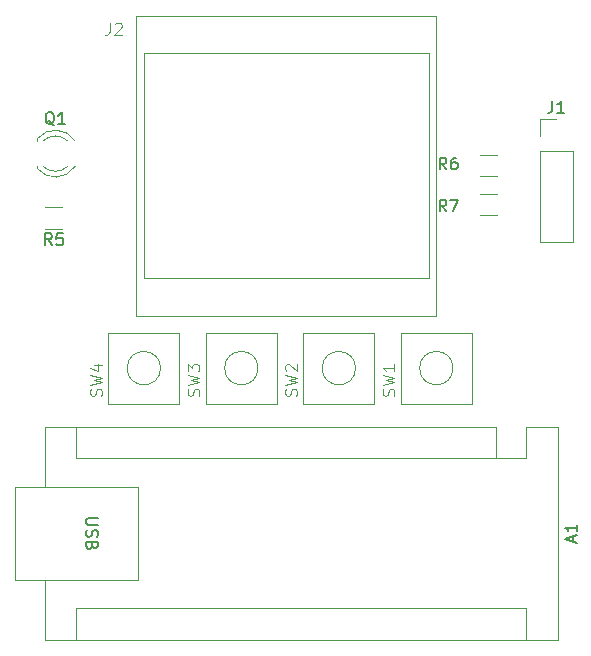
<source format=gbr>
%TF.GenerationSoftware,KiCad,Pcbnew,9.0.7-9.0.7~ubuntu24.04.1*%
%TF.CreationDate,2026-02-13T13:47:40-05:00*%
%TF.ProjectId,ControlPanelRTC,436f6e74-726f-46c5-9061-6e656c525443,rev?*%
%TF.SameCoordinates,Original*%
%TF.FileFunction,Legend,Top*%
%TF.FilePolarity,Positive*%
%FSLAX46Y46*%
G04 Gerber Fmt 4.6, Leading zero omitted, Abs format (unit mm)*
G04 Created by KiCad (PCBNEW 9.0.7-9.0.7~ubuntu24.04.1) date 2026-02-13 13:47:40*
%MOMM*%
%LPD*%
G01*
G04 APERTURE LIST*
%ADD10C,0.100000*%
%ADD11C,0.150000*%
%ADD12C,0.120000*%
G04 APERTURE END LIST*
D10*
X127854800Y-75358332D02*
X127902419Y-75215475D01*
X127902419Y-75215475D02*
X127902419Y-74977380D01*
X127902419Y-74977380D02*
X127854800Y-74882142D01*
X127854800Y-74882142D02*
X127807180Y-74834523D01*
X127807180Y-74834523D02*
X127711942Y-74786904D01*
X127711942Y-74786904D02*
X127616704Y-74786904D01*
X127616704Y-74786904D02*
X127521466Y-74834523D01*
X127521466Y-74834523D02*
X127473847Y-74882142D01*
X127473847Y-74882142D02*
X127426228Y-74977380D01*
X127426228Y-74977380D02*
X127378609Y-75167856D01*
X127378609Y-75167856D02*
X127330990Y-75263094D01*
X127330990Y-75263094D02*
X127283371Y-75310713D01*
X127283371Y-75310713D02*
X127188133Y-75358332D01*
X127188133Y-75358332D02*
X127092895Y-75358332D01*
X127092895Y-75358332D02*
X126997657Y-75310713D01*
X126997657Y-75310713D02*
X126950038Y-75263094D01*
X126950038Y-75263094D02*
X126902419Y-75167856D01*
X126902419Y-75167856D02*
X126902419Y-74929761D01*
X126902419Y-74929761D02*
X126950038Y-74786904D01*
X126902419Y-74453570D02*
X127902419Y-74215475D01*
X127902419Y-74215475D02*
X127188133Y-74024999D01*
X127188133Y-74024999D02*
X127902419Y-73834523D01*
X127902419Y-73834523D02*
X126902419Y-73596428D01*
X127235752Y-72786904D02*
X127902419Y-72786904D01*
X126854800Y-73024999D02*
X127569085Y-73263094D01*
X127569085Y-73263094D02*
X127569085Y-72644047D01*
X136109800Y-75358332D02*
X136157419Y-75215475D01*
X136157419Y-75215475D02*
X136157419Y-74977380D01*
X136157419Y-74977380D02*
X136109800Y-74882142D01*
X136109800Y-74882142D02*
X136062180Y-74834523D01*
X136062180Y-74834523D02*
X135966942Y-74786904D01*
X135966942Y-74786904D02*
X135871704Y-74786904D01*
X135871704Y-74786904D02*
X135776466Y-74834523D01*
X135776466Y-74834523D02*
X135728847Y-74882142D01*
X135728847Y-74882142D02*
X135681228Y-74977380D01*
X135681228Y-74977380D02*
X135633609Y-75167856D01*
X135633609Y-75167856D02*
X135585990Y-75263094D01*
X135585990Y-75263094D02*
X135538371Y-75310713D01*
X135538371Y-75310713D02*
X135443133Y-75358332D01*
X135443133Y-75358332D02*
X135347895Y-75358332D01*
X135347895Y-75358332D02*
X135252657Y-75310713D01*
X135252657Y-75310713D02*
X135205038Y-75263094D01*
X135205038Y-75263094D02*
X135157419Y-75167856D01*
X135157419Y-75167856D02*
X135157419Y-74929761D01*
X135157419Y-74929761D02*
X135205038Y-74786904D01*
X135157419Y-74453570D02*
X136157419Y-74215475D01*
X136157419Y-74215475D02*
X135443133Y-74024999D01*
X135443133Y-74024999D02*
X136157419Y-73834523D01*
X136157419Y-73834523D02*
X135157419Y-73596428D01*
X135157419Y-73310713D02*
X135157419Y-72691666D01*
X135157419Y-72691666D02*
X135538371Y-73024999D01*
X135538371Y-73024999D02*
X135538371Y-72882142D01*
X135538371Y-72882142D02*
X135585990Y-72786904D01*
X135585990Y-72786904D02*
X135633609Y-72739285D01*
X135633609Y-72739285D02*
X135728847Y-72691666D01*
X135728847Y-72691666D02*
X135966942Y-72691666D01*
X135966942Y-72691666D02*
X136062180Y-72739285D01*
X136062180Y-72739285D02*
X136109800Y-72786904D01*
X136109800Y-72786904D02*
X136157419Y-72882142D01*
X136157419Y-72882142D02*
X136157419Y-73167856D01*
X136157419Y-73167856D02*
X136109800Y-73263094D01*
X136109800Y-73263094D02*
X136062180Y-73310713D01*
X144364800Y-75358332D02*
X144412419Y-75215475D01*
X144412419Y-75215475D02*
X144412419Y-74977380D01*
X144412419Y-74977380D02*
X144364800Y-74882142D01*
X144364800Y-74882142D02*
X144317180Y-74834523D01*
X144317180Y-74834523D02*
X144221942Y-74786904D01*
X144221942Y-74786904D02*
X144126704Y-74786904D01*
X144126704Y-74786904D02*
X144031466Y-74834523D01*
X144031466Y-74834523D02*
X143983847Y-74882142D01*
X143983847Y-74882142D02*
X143936228Y-74977380D01*
X143936228Y-74977380D02*
X143888609Y-75167856D01*
X143888609Y-75167856D02*
X143840990Y-75263094D01*
X143840990Y-75263094D02*
X143793371Y-75310713D01*
X143793371Y-75310713D02*
X143698133Y-75358332D01*
X143698133Y-75358332D02*
X143602895Y-75358332D01*
X143602895Y-75358332D02*
X143507657Y-75310713D01*
X143507657Y-75310713D02*
X143460038Y-75263094D01*
X143460038Y-75263094D02*
X143412419Y-75167856D01*
X143412419Y-75167856D02*
X143412419Y-74929761D01*
X143412419Y-74929761D02*
X143460038Y-74786904D01*
X143412419Y-74453570D02*
X144412419Y-74215475D01*
X144412419Y-74215475D02*
X143698133Y-74024999D01*
X143698133Y-74024999D02*
X144412419Y-73834523D01*
X144412419Y-73834523D02*
X143412419Y-73596428D01*
X143507657Y-73263094D02*
X143460038Y-73215475D01*
X143460038Y-73215475D02*
X143412419Y-73120237D01*
X143412419Y-73120237D02*
X143412419Y-72882142D01*
X143412419Y-72882142D02*
X143460038Y-72786904D01*
X143460038Y-72786904D02*
X143507657Y-72739285D01*
X143507657Y-72739285D02*
X143602895Y-72691666D01*
X143602895Y-72691666D02*
X143698133Y-72691666D01*
X143698133Y-72691666D02*
X143840990Y-72739285D01*
X143840990Y-72739285D02*
X144412419Y-73310713D01*
X144412419Y-73310713D02*
X144412419Y-72691666D01*
X152619800Y-75358332D02*
X152667419Y-75215475D01*
X152667419Y-75215475D02*
X152667419Y-74977380D01*
X152667419Y-74977380D02*
X152619800Y-74882142D01*
X152619800Y-74882142D02*
X152572180Y-74834523D01*
X152572180Y-74834523D02*
X152476942Y-74786904D01*
X152476942Y-74786904D02*
X152381704Y-74786904D01*
X152381704Y-74786904D02*
X152286466Y-74834523D01*
X152286466Y-74834523D02*
X152238847Y-74882142D01*
X152238847Y-74882142D02*
X152191228Y-74977380D01*
X152191228Y-74977380D02*
X152143609Y-75167856D01*
X152143609Y-75167856D02*
X152095990Y-75263094D01*
X152095990Y-75263094D02*
X152048371Y-75310713D01*
X152048371Y-75310713D02*
X151953133Y-75358332D01*
X151953133Y-75358332D02*
X151857895Y-75358332D01*
X151857895Y-75358332D02*
X151762657Y-75310713D01*
X151762657Y-75310713D02*
X151715038Y-75263094D01*
X151715038Y-75263094D02*
X151667419Y-75167856D01*
X151667419Y-75167856D02*
X151667419Y-74929761D01*
X151667419Y-74929761D02*
X151715038Y-74786904D01*
X151667419Y-74453570D02*
X152667419Y-74215475D01*
X152667419Y-74215475D02*
X151953133Y-74024999D01*
X151953133Y-74024999D02*
X152667419Y-73834523D01*
X152667419Y-73834523D02*
X151667419Y-73596428D01*
X152667419Y-72691666D02*
X152667419Y-73263094D01*
X152667419Y-72977380D02*
X151667419Y-72977380D01*
X151667419Y-72977380D02*
X151810276Y-73072618D01*
X151810276Y-73072618D02*
X151905514Y-73167856D01*
X151905514Y-73167856D02*
X151953133Y-73263094D01*
D11*
X123856761Y-52454057D02*
X123761523Y-52406438D01*
X123761523Y-52406438D02*
X123666285Y-52311200D01*
X123666285Y-52311200D02*
X123523428Y-52168342D01*
X123523428Y-52168342D02*
X123428190Y-52120723D01*
X123428190Y-52120723D02*
X123332952Y-52120723D01*
X123380571Y-52358819D02*
X123285333Y-52311200D01*
X123285333Y-52311200D02*
X123190095Y-52215961D01*
X123190095Y-52215961D02*
X123142476Y-52025485D01*
X123142476Y-52025485D02*
X123142476Y-51692152D01*
X123142476Y-51692152D02*
X123190095Y-51501676D01*
X123190095Y-51501676D02*
X123285333Y-51406438D01*
X123285333Y-51406438D02*
X123380571Y-51358819D01*
X123380571Y-51358819D02*
X123571047Y-51358819D01*
X123571047Y-51358819D02*
X123666285Y-51406438D01*
X123666285Y-51406438D02*
X123761523Y-51501676D01*
X123761523Y-51501676D02*
X123809142Y-51692152D01*
X123809142Y-51692152D02*
X123809142Y-52025485D01*
X123809142Y-52025485D02*
X123761523Y-52215961D01*
X123761523Y-52215961D02*
X123666285Y-52311200D01*
X123666285Y-52311200D02*
X123571047Y-52358819D01*
X123571047Y-52358819D02*
X123380571Y-52358819D01*
X124761523Y-52358819D02*
X124190095Y-52358819D01*
X124475809Y-52358819D02*
X124475809Y-51358819D01*
X124475809Y-51358819D02*
X124380571Y-51501676D01*
X124380571Y-51501676D02*
X124285333Y-51596914D01*
X124285333Y-51596914D02*
X124190095Y-51644533D01*
X157059333Y-59763819D02*
X156726000Y-59287628D01*
X156487905Y-59763819D02*
X156487905Y-58763819D01*
X156487905Y-58763819D02*
X156868857Y-58763819D01*
X156868857Y-58763819D02*
X156964095Y-58811438D01*
X156964095Y-58811438D02*
X157011714Y-58859057D01*
X157011714Y-58859057D02*
X157059333Y-58954295D01*
X157059333Y-58954295D02*
X157059333Y-59097152D01*
X157059333Y-59097152D02*
X157011714Y-59192390D01*
X157011714Y-59192390D02*
X156964095Y-59240009D01*
X156964095Y-59240009D02*
X156868857Y-59287628D01*
X156868857Y-59287628D02*
X156487905Y-59287628D01*
X157392667Y-58763819D02*
X158059333Y-58763819D01*
X158059333Y-58763819D02*
X157630762Y-59763819D01*
X167809104Y-87709285D02*
X167809104Y-87233095D01*
X168094819Y-87804523D02*
X167094819Y-87471190D01*
X167094819Y-87471190D02*
X168094819Y-87137857D01*
X168094819Y-86280714D02*
X168094819Y-86852142D01*
X168094819Y-86566428D02*
X167094819Y-86566428D01*
X167094819Y-86566428D02*
X167237676Y-86661666D01*
X167237676Y-86661666D02*
X167332914Y-86756904D01*
X167332914Y-86756904D02*
X167380533Y-86852142D01*
X127545180Y-85733095D02*
X126735657Y-85733095D01*
X126735657Y-85733095D02*
X126640419Y-85780714D01*
X126640419Y-85780714D02*
X126592800Y-85828333D01*
X126592800Y-85828333D02*
X126545180Y-85923571D01*
X126545180Y-85923571D02*
X126545180Y-86114047D01*
X126545180Y-86114047D02*
X126592800Y-86209285D01*
X126592800Y-86209285D02*
X126640419Y-86256904D01*
X126640419Y-86256904D02*
X126735657Y-86304523D01*
X126735657Y-86304523D02*
X127545180Y-86304523D01*
X126592800Y-86733095D02*
X126545180Y-86875952D01*
X126545180Y-86875952D02*
X126545180Y-87114047D01*
X126545180Y-87114047D02*
X126592800Y-87209285D01*
X126592800Y-87209285D02*
X126640419Y-87256904D01*
X126640419Y-87256904D02*
X126735657Y-87304523D01*
X126735657Y-87304523D02*
X126830895Y-87304523D01*
X126830895Y-87304523D02*
X126926133Y-87256904D01*
X126926133Y-87256904D02*
X126973752Y-87209285D01*
X126973752Y-87209285D02*
X127021371Y-87114047D01*
X127021371Y-87114047D02*
X127068990Y-86923571D01*
X127068990Y-86923571D02*
X127116609Y-86828333D01*
X127116609Y-86828333D02*
X127164228Y-86780714D01*
X127164228Y-86780714D02*
X127259466Y-86733095D01*
X127259466Y-86733095D02*
X127354704Y-86733095D01*
X127354704Y-86733095D02*
X127449942Y-86780714D01*
X127449942Y-86780714D02*
X127497561Y-86828333D01*
X127497561Y-86828333D02*
X127545180Y-86923571D01*
X127545180Y-86923571D02*
X127545180Y-87161666D01*
X127545180Y-87161666D02*
X127497561Y-87304523D01*
X127068990Y-88066428D02*
X127021371Y-88209285D01*
X127021371Y-88209285D02*
X126973752Y-88256904D01*
X126973752Y-88256904D02*
X126878514Y-88304523D01*
X126878514Y-88304523D02*
X126735657Y-88304523D01*
X126735657Y-88304523D02*
X126640419Y-88256904D01*
X126640419Y-88256904D02*
X126592800Y-88209285D01*
X126592800Y-88209285D02*
X126545180Y-88114047D01*
X126545180Y-88114047D02*
X126545180Y-87733095D01*
X126545180Y-87733095D02*
X127545180Y-87733095D01*
X127545180Y-87733095D02*
X127545180Y-88066428D01*
X127545180Y-88066428D02*
X127497561Y-88161666D01*
X127497561Y-88161666D02*
X127449942Y-88209285D01*
X127449942Y-88209285D02*
X127354704Y-88256904D01*
X127354704Y-88256904D02*
X127259466Y-88256904D01*
X127259466Y-88256904D02*
X127164228Y-88209285D01*
X127164228Y-88209285D02*
X127116609Y-88161666D01*
X127116609Y-88161666D02*
X127068990Y-88066428D01*
X127068990Y-88066428D02*
X127068990Y-87733095D01*
X123658333Y-62609819D02*
X123325000Y-62133628D01*
X123086905Y-62609819D02*
X123086905Y-61609819D01*
X123086905Y-61609819D02*
X123467857Y-61609819D01*
X123467857Y-61609819D02*
X123563095Y-61657438D01*
X123563095Y-61657438D02*
X123610714Y-61705057D01*
X123610714Y-61705057D02*
X123658333Y-61800295D01*
X123658333Y-61800295D02*
X123658333Y-61943152D01*
X123658333Y-61943152D02*
X123610714Y-62038390D01*
X123610714Y-62038390D02*
X123563095Y-62086009D01*
X123563095Y-62086009D02*
X123467857Y-62133628D01*
X123467857Y-62133628D02*
X123086905Y-62133628D01*
X124563095Y-61609819D02*
X124086905Y-61609819D01*
X124086905Y-61609819D02*
X124039286Y-62086009D01*
X124039286Y-62086009D02*
X124086905Y-62038390D01*
X124086905Y-62038390D02*
X124182143Y-61990771D01*
X124182143Y-61990771D02*
X124420238Y-61990771D01*
X124420238Y-61990771D02*
X124515476Y-62038390D01*
X124515476Y-62038390D02*
X124563095Y-62086009D01*
X124563095Y-62086009D02*
X124610714Y-62181247D01*
X124610714Y-62181247D02*
X124610714Y-62419342D01*
X124610714Y-62419342D02*
X124563095Y-62514580D01*
X124563095Y-62514580D02*
X124515476Y-62562200D01*
X124515476Y-62562200D02*
X124420238Y-62609819D01*
X124420238Y-62609819D02*
X124182143Y-62609819D01*
X124182143Y-62609819D02*
X124086905Y-62562200D01*
X124086905Y-62562200D02*
X124039286Y-62514580D01*
D10*
X128571666Y-43780419D02*
X128571666Y-44494704D01*
X128571666Y-44494704D02*
X128524047Y-44637561D01*
X128524047Y-44637561D02*
X128428809Y-44732800D01*
X128428809Y-44732800D02*
X128285952Y-44780419D01*
X128285952Y-44780419D02*
X128190714Y-44780419D01*
X129000238Y-43875657D02*
X129047857Y-43828038D01*
X129047857Y-43828038D02*
X129143095Y-43780419D01*
X129143095Y-43780419D02*
X129381190Y-43780419D01*
X129381190Y-43780419D02*
X129476428Y-43828038D01*
X129476428Y-43828038D02*
X129524047Y-43875657D01*
X129524047Y-43875657D02*
X129571666Y-43970895D01*
X129571666Y-43970895D02*
X129571666Y-44066133D01*
X129571666Y-44066133D02*
X129524047Y-44208990D01*
X129524047Y-44208990D02*
X128952619Y-44780419D01*
X128952619Y-44780419D02*
X129571666Y-44780419D01*
D11*
X166036666Y-50414819D02*
X166036666Y-51129104D01*
X166036666Y-51129104D02*
X165989047Y-51271961D01*
X165989047Y-51271961D02*
X165893809Y-51367200D01*
X165893809Y-51367200D02*
X165750952Y-51414819D01*
X165750952Y-51414819D02*
X165655714Y-51414819D01*
X167036666Y-51414819D02*
X166465238Y-51414819D01*
X166750952Y-51414819D02*
X166750952Y-50414819D01*
X166750952Y-50414819D02*
X166655714Y-50557676D01*
X166655714Y-50557676D02*
X166560476Y-50652914D01*
X166560476Y-50652914D02*
X166465238Y-50700533D01*
X157059333Y-56207819D02*
X156726000Y-55731628D01*
X156487905Y-56207819D02*
X156487905Y-55207819D01*
X156487905Y-55207819D02*
X156868857Y-55207819D01*
X156868857Y-55207819D02*
X156964095Y-55255438D01*
X156964095Y-55255438D02*
X157011714Y-55303057D01*
X157011714Y-55303057D02*
X157059333Y-55398295D01*
X157059333Y-55398295D02*
X157059333Y-55541152D01*
X157059333Y-55541152D02*
X157011714Y-55636390D01*
X157011714Y-55636390D02*
X156964095Y-55684009D01*
X156964095Y-55684009D02*
X156868857Y-55731628D01*
X156868857Y-55731628D02*
X156487905Y-55731628D01*
X157916476Y-55207819D02*
X157726000Y-55207819D01*
X157726000Y-55207819D02*
X157630762Y-55255438D01*
X157630762Y-55255438D02*
X157583143Y-55303057D01*
X157583143Y-55303057D02*
X157487905Y-55445914D01*
X157487905Y-55445914D02*
X157440286Y-55636390D01*
X157440286Y-55636390D02*
X157440286Y-56017342D01*
X157440286Y-56017342D02*
X157487905Y-56112580D01*
X157487905Y-56112580D02*
X157535524Y-56160200D01*
X157535524Y-56160200D02*
X157630762Y-56207819D01*
X157630762Y-56207819D02*
X157821238Y-56207819D01*
X157821238Y-56207819D02*
X157916476Y-56160200D01*
X157916476Y-56160200D02*
X157964095Y-56112580D01*
X157964095Y-56112580D02*
X158011714Y-56017342D01*
X158011714Y-56017342D02*
X158011714Y-55779247D01*
X158011714Y-55779247D02*
X157964095Y-55684009D01*
X157964095Y-55684009D02*
X157916476Y-55636390D01*
X157916476Y-55636390D02*
X157821238Y-55588771D01*
X157821238Y-55588771D02*
X157630762Y-55588771D01*
X157630762Y-55588771D02*
X157535524Y-55636390D01*
X157535524Y-55636390D02*
X157487905Y-55684009D01*
X157487905Y-55684009D02*
X157440286Y-55779247D01*
D10*
%TO.C,SW4*%
X132859214Y-73025000D02*
G75*
G02*
X130030786Y-73025000I-1414214J0D01*
G01*
X130030786Y-73025000D02*
G75*
G02*
X132859214Y-73025000I1414214J0D01*
G01*
X128445000Y-76025000D02*
X134445000Y-76025000D01*
X134445000Y-70025000D01*
X128445000Y-70025000D01*
X128445000Y-76025000D01*
%TO.C,SW3*%
X136700000Y-76025000D02*
X142700000Y-76025000D01*
X142700000Y-70025000D01*
X136700000Y-70025000D01*
X136700000Y-76025000D01*
X141114214Y-73025000D02*
G75*
G02*
X138285786Y-73025000I-1414214J0D01*
G01*
X138285786Y-73025000D02*
G75*
G02*
X141114214Y-73025000I1414214J0D01*
G01*
%TO.C,SW2*%
X144955000Y-76025000D02*
X150955000Y-76025000D01*
X150955000Y-70025000D01*
X144955000Y-70025000D01*
X144955000Y-76025000D01*
X149369214Y-73025000D02*
G75*
G02*
X146540786Y-73025000I-1414214J0D01*
G01*
X146540786Y-73025000D02*
G75*
G02*
X149369214Y-73025000I1414214J0D01*
G01*
%TO.C,SW1*%
X153210000Y-76025000D02*
X159210000Y-76025000D01*
X159210000Y-70025000D01*
X153210000Y-70025000D01*
X153210000Y-76025000D01*
X157624214Y-73025000D02*
G75*
G02*
X154795786Y-73025000I-1414214J0D01*
G01*
X154795786Y-73025000D02*
G75*
G02*
X157624214Y-73025000I1414214J0D01*
G01*
D12*
%TO.C,Q1*%
X122392000Y-53628000D02*
X122392000Y-53784000D01*
X122392000Y-55944000D02*
X122392000Y-56100000D01*
X122392000Y-53628484D02*
G75*
G02*
X125623437Y-53784000I1560000J-1235516D01*
G01*
X122911039Y-53784000D02*
G75*
G02*
X124992961Y-53784000I1040961J-1080000D01*
G01*
X124992961Y-55944000D02*
G75*
G02*
X122911039Y-55944000I-1040961J1080000D01*
G01*
X125623437Y-55944000D02*
G75*
G02*
X122392000Y-56099516I-1671437J1080000D01*
G01*
%TO.C,R7*%
X161382064Y-60100000D02*
X159927936Y-60100000D01*
X161382064Y-58280000D02*
X159927936Y-58280000D01*
%TO.C,A1*%
X120520000Y-83055000D02*
X130940000Y-83055000D01*
X120520000Y-90935000D02*
X120520000Y-83055000D01*
X123060000Y-77975000D02*
X123060000Y-83055000D01*
X123060000Y-96015000D02*
X123060000Y-90935000D01*
X123060000Y-96015000D02*
X166500000Y-96015000D01*
X125730000Y-80645000D02*
X125730000Y-77975000D01*
X125730000Y-93345000D02*
X125730000Y-96015000D01*
X130940000Y-83055000D02*
X130940000Y-90935000D01*
X130940000Y-90935000D02*
X120520000Y-90935000D01*
X161290000Y-77975000D02*
X123060000Y-77975000D01*
X161290000Y-80645000D02*
X125730000Y-80645000D01*
X161290000Y-80645000D02*
X161290000Y-77975000D01*
X161290000Y-80645000D02*
X163830000Y-80645000D01*
X163830000Y-80645000D02*
X163830000Y-77975000D01*
X163830000Y-93345000D02*
X125730000Y-93345000D01*
X163830000Y-93345000D02*
X163830000Y-96015000D01*
X166500000Y-77975000D02*
X163830000Y-77975000D01*
X166500000Y-96015000D02*
X166500000Y-77975000D01*
%TO.C,R5*%
X124552064Y-61235000D02*
X123097936Y-61235000D01*
X124552064Y-59415000D02*
X123097936Y-59415000D01*
%TO.C,J2*%
D10*
X130810000Y-43180000D02*
X156210000Y-43180000D01*
X156210000Y-68580000D01*
X130810000Y-68580000D01*
X130810000Y-43180000D01*
X131445000Y-46355000D02*
X155575000Y-46355000D01*
X155575000Y-65405000D01*
X131445000Y-65405000D01*
X131445000Y-46355000D01*
D12*
%TO.C,J1*%
X164990000Y-51960000D02*
X166370000Y-51960000D01*
X164990000Y-53340000D02*
X164990000Y-51960000D01*
X164990000Y-54610000D02*
X164990000Y-62340000D01*
X164990000Y-54610000D02*
X167750000Y-54610000D01*
X164990000Y-62340000D02*
X167750000Y-62340000D01*
X167750000Y-54610000D02*
X167750000Y-62340000D01*
%TO.C,R6*%
X161382064Y-56790000D02*
X159927936Y-56790000D01*
X161382064Y-54970000D02*
X159927936Y-54970000D01*
%TD*%
M02*

</source>
